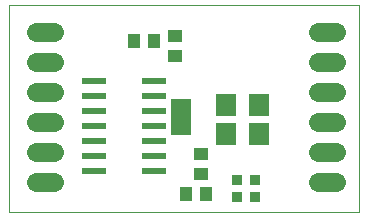
<source format=gts>
G75*
%MOIN*%
%OFA0B0*%
%FSLAX25Y25*%
%IPPOS*%
%LPD*%
%AMOC8*
5,1,8,0,0,1.08239X$1,22.5*
%
%ADD10C,0.00000*%
%ADD11R,0.06500X0.12000*%
%ADD12R,0.07880X0.01975*%
%ADD13C,0.06400*%
%ADD14R,0.06699X0.07487*%
%ADD15R,0.04337X0.04731*%
%ADD16R,0.03550X0.03550*%
%ADD17R,0.04731X0.04337*%
D10*
X0002167Y0003000D02*
X0002167Y0071898D01*
X0118777Y0071898D01*
X0118777Y0003000D01*
X0002167Y0003000D01*
D11*
X0059417Y0034500D03*
D12*
X0050663Y0036756D03*
X0050663Y0041756D03*
X0050663Y0046756D03*
X0030663Y0046756D03*
X0030663Y0041756D03*
X0030663Y0036756D03*
X0030663Y0031756D03*
X0030663Y0026756D03*
X0030663Y0021756D03*
X0030663Y0016756D03*
X0050663Y0016756D03*
X0050663Y0021756D03*
X0050663Y0026756D03*
X0050663Y0031756D03*
D13*
X0017167Y0033000D02*
X0011167Y0033000D01*
X0011167Y0043000D02*
X0017167Y0043000D01*
X0017167Y0053000D02*
X0011167Y0053000D01*
X0011167Y0063000D02*
X0017167Y0063000D01*
X0017167Y0023000D02*
X0011167Y0023000D01*
X0011167Y0013000D02*
X0017167Y0013000D01*
X0105167Y0013000D02*
X0111167Y0013000D01*
X0111167Y0023000D02*
X0105167Y0023000D01*
X0105167Y0033000D02*
X0111167Y0033000D01*
X0111167Y0043000D02*
X0105167Y0043000D01*
X0105167Y0053000D02*
X0111167Y0053000D01*
X0111167Y0063000D02*
X0105167Y0063000D01*
D14*
X0085678Y0038500D03*
X0074655Y0038500D03*
X0074655Y0029000D03*
X0085678Y0029000D03*
D15*
X0068013Y0009000D03*
X0061320Y0009000D03*
X0050470Y0059787D03*
X0043777Y0059787D03*
D16*
X0078214Y0013500D03*
X0084119Y0013500D03*
X0084119Y0008000D03*
X0078214Y0008000D03*
D17*
X0066167Y0015654D03*
X0066167Y0022346D03*
X0057423Y0054783D03*
X0057423Y0061476D03*
M02*

</source>
